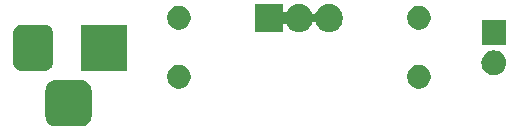
<source format=gbs>
G04 #@! TF.GenerationSoftware,KiCad,Pcbnew,(5.0.0)*
G04 #@! TF.CreationDate,2018-09-08T20:06:21+05:30*
G04 #@! TF.ProjectId,1_7805,315F373830352E6B696361645F706362,1.0*
G04 #@! TF.SameCoordinates,Original*
G04 #@! TF.FileFunction,Soldermask,Bot*
G04 #@! TF.FilePolarity,Negative*
%FSLAX46Y46*%
G04 Gerber Fmt 4.6, Leading zero omitted, Abs format (unit mm)*
G04 Created by KiCad (PCBNEW (5.0.0)) date 09/08/18 20:06:21*
%MOMM*%
%LPD*%
G01*
G04 APERTURE LIST*
%ADD10C,0.100000*%
G04 APERTURE END LIST*
D10*
G36*
X150645516Y-78967762D02*
X150809480Y-79017500D01*
X150960584Y-79098267D01*
X151093034Y-79206966D01*
X151201733Y-79339416D01*
X151282500Y-79490520D01*
X151332238Y-79654484D01*
X151350000Y-79834827D01*
X151350000Y-81965173D01*
X151332238Y-82145516D01*
X151282500Y-82309480D01*
X151201733Y-82460584D01*
X151093034Y-82593034D01*
X150960584Y-82701733D01*
X150809480Y-82782500D01*
X150645516Y-82832238D01*
X150465173Y-82850000D01*
X148334827Y-82850000D01*
X148154484Y-82832238D01*
X147990520Y-82782500D01*
X147839416Y-82701733D01*
X147706966Y-82593034D01*
X147598267Y-82460584D01*
X147517500Y-82309480D01*
X147467762Y-82145516D01*
X147450000Y-81965173D01*
X147450000Y-79834827D01*
X147467762Y-79654484D01*
X147517500Y-79490520D01*
X147598267Y-79339416D01*
X147706966Y-79206966D01*
X147839416Y-79098267D01*
X147990520Y-79017500D01*
X148154484Y-78967762D01*
X148334827Y-78950000D01*
X150465173Y-78950000D01*
X150645516Y-78967762D01*
X150645516Y-78967762D01*
G37*
G36*
X179361689Y-77698429D02*
X179543678Y-77773811D01*
X179707463Y-77883249D01*
X179846751Y-78022537D01*
X179956189Y-78186322D01*
X180031571Y-78368311D01*
X180070000Y-78561509D01*
X180070000Y-78758491D01*
X180031571Y-78951689D01*
X179956189Y-79133678D01*
X179846751Y-79297463D01*
X179707463Y-79436751D01*
X179543678Y-79546189D01*
X179361689Y-79621571D01*
X179168491Y-79660000D01*
X178971509Y-79660000D01*
X178778311Y-79621571D01*
X178596322Y-79546189D01*
X178432537Y-79436751D01*
X178293249Y-79297463D01*
X178183811Y-79133678D01*
X178108429Y-78951689D01*
X178070000Y-78758491D01*
X178070000Y-78561509D01*
X178108429Y-78368311D01*
X178183811Y-78186322D01*
X178293249Y-78022537D01*
X178432537Y-77883249D01*
X178596322Y-77773811D01*
X178778311Y-77698429D01*
X178971509Y-77660000D01*
X179168491Y-77660000D01*
X179361689Y-77698429D01*
X179361689Y-77698429D01*
G37*
G36*
X159041689Y-77698429D02*
X159223678Y-77773811D01*
X159387463Y-77883249D01*
X159526751Y-78022537D01*
X159636189Y-78186322D01*
X159711571Y-78368311D01*
X159750000Y-78561509D01*
X159750000Y-78758491D01*
X159711571Y-78951689D01*
X159636189Y-79133678D01*
X159526751Y-79297463D01*
X159387463Y-79436751D01*
X159223678Y-79546189D01*
X159041689Y-79621571D01*
X158848491Y-79660000D01*
X158651509Y-79660000D01*
X158458311Y-79621571D01*
X158276322Y-79546189D01*
X158112537Y-79436751D01*
X157973249Y-79297463D01*
X157863811Y-79133678D01*
X157788429Y-78951689D01*
X157750000Y-78758491D01*
X157750000Y-78561509D01*
X157788429Y-78368311D01*
X157863811Y-78186322D01*
X157973249Y-78022537D01*
X158112537Y-77883249D01*
X158276322Y-77773811D01*
X158458311Y-77698429D01*
X158651509Y-77660000D01*
X158848491Y-77660000D01*
X159041689Y-77698429D01*
X159041689Y-77698429D01*
G37*
G36*
X185625837Y-76435193D02*
X185712021Y-76461337D01*
X185823762Y-76495233D01*
X185823764Y-76495234D01*
X186006169Y-76592731D01*
X186166054Y-76723946D01*
X186297269Y-76883831D01*
X186394766Y-77066236D01*
X186454807Y-77264163D01*
X186475080Y-77470000D01*
X186454807Y-77675837D01*
X186394766Y-77873764D01*
X186297269Y-78056169D01*
X186166054Y-78216054D01*
X186006169Y-78347269D01*
X185823764Y-78444766D01*
X185823762Y-78444767D01*
X185712021Y-78478663D01*
X185625837Y-78504807D01*
X185471578Y-78520000D01*
X185368422Y-78520000D01*
X185214163Y-78504807D01*
X185127979Y-78478663D01*
X185016238Y-78444767D01*
X185016236Y-78444766D01*
X184833831Y-78347269D01*
X184673946Y-78216054D01*
X184542731Y-78056169D01*
X184445234Y-77873764D01*
X184385193Y-77675837D01*
X184364920Y-77470000D01*
X184385193Y-77264163D01*
X184445234Y-77066236D01*
X184542731Y-76883831D01*
X184673946Y-76723946D01*
X184833831Y-76592731D01*
X185016236Y-76495234D01*
X185016238Y-76495233D01*
X185127979Y-76461337D01*
X185214163Y-76435193D01*
X185368422Y-76420000D01*
X185471578Y-76420000D01*
X185625837Y-76435193D01*
X185625837Y-76435193D01*
G37*
G36*
X154350000Y-78150000D02*
X150450000Y-78150000D01*
X150450000Y-74250000D01*
X154350000Y-74250000D01*
X154350000Y-78150000D01*
X154350000Y-78150000D01*
G37*
G36*
X147496130Y-74265360D02*
X147636641Y-74307984D01*
X147766140Y-74377202D01*
X147879645Y-74470355D01*
X147972798Y-74583860D01*
X148042016Y-74713359D01*
X148084640Y-74853870D01*
X148100000Y-75009825D01*
X148100000Y-77390175D01*
X148084640Y-77546130D01*
X148042016Y-77686641D01*
X147972798Y-77816140D01*
X147879645Y-77929645D01*
X147766140Y-78022798D01*
X147636641Y-78092016D01*
X147496130Y-78134640D01*
X147340175Y-78150000D01*
X145459825Y-78150000D01*
X145303870Y-78134640D01*
X145163359Y-78092016D01*
X145033860Y-78022798D01*
X144920355Y-77929645D01*
X144827202Y-77816140D01*
X144757984Y-77686641D01*
X144715360Y-77546130D01*
X144700000Y-77390175D01*
X144700000Y-75009825D01*
X144715360Y-74853870D01*
X144757984Y-74713359D01*
X144827202Y-74583860D01*
X144920355Y-74470355D01*
X145033860Y-74377202D01*
X145163359Y-74307984D01*
X145303870Y-74265360D01*
X145459825Y-74250000D01*
X147340175Y-74250000D01*
X147496130Y-74265360D01*
X147496130Y-74265360D01*
G37*
G36*
X186470000Y-75980000D02*
X184370000Y-75980000D01*
X184370000Y-73880000D01*
X186470000Y-73880000D01*
X186470000Y-75980000D01*
X186470000Y-75980000D01*
G37*
G36*
X171675929Y-72476676D02*
X171893175Y-72542577D01*
X172093391Y-72649594D01*
X172268883Y-72793617D01*
X172412906Y-72969108D01*
X172519923Y-73169324D01*
X172585824Y-73386570D01*
X172602500Y-73555886D01*
X172602500Y-73764113D01*
X172585824Y-73933429D01*
X172519923Y-74150675D01*
X172412904Y-74350894D01*
X172268886Y-74526381D01*
X172093392Y-74670406D01*
X171893176Y-74777423D01*
X171675930Y-74843324D01*
X171450000Y-74865576D01*
X171224071Y-74843324D01*
X171006825Y-74777423D01*
X170806609Y-74670406D01*
X170631117Y-74526383D01*
X170487094Y-74350892D01*
X170380076Y-74150675D01*
X170371388Y-74122034D01*
X170356385Y-74085811D01*
X170334602Y-74053212D01*
X170306879Y-74025488D01*
X170274280Y-74003706D01*
X170238057Y-73988702D01*
X170199604Y-73981053D01*
X170160397Y-73981053D01*
X170121944Y-73988702D01*
X170085721Y-74003705D01*
X170053122Y-74025488D01*
X170025398Y-74053211D01*
X170003616Y-74085810D01*
X169988612Y-74122032D01*
X169979923Y-74150676D01*
X169872904Y-74350894D01*
X169728886Y-74526381D01*
X169553392Y-74670406D01*
X169353176Y-74777423D01*
X169135930Y-74843324D01*
X168910000Y-74865576D01*
X168684071Y-74843324D01*
X168466825Y-74777423D01*
X168266609Y-74670406D01*
X168091117Y-74526383D01*
X167947094Y-74350892D01*
X167898884Y-74260697D01*
X167877102Y-74228098D01*
X167849378Y-74200375D01*
X167816779Y-74178593D01*
X167780557Y-74163589D01*
X167742103Y-74155940D01*
X167702896Y-74155940D01*
X167664443Y-74163589D01*
X167628220Y-74178593D01*
X167595621Y-74200375D01*
X167567898Y-74228099D01*
X167546116Y-74260698D01*
X167531112Y-74296920D01*
X167522500Y-74354977D01*
X167522500Y-74860000D01*
X165217500Y-74860000D01*
X165217500Y-72460000D01*
X167522500Y-72460000D01*
X167522500Y-72965024D01*
X167526343Y-73004042D01*
X167537724Y-73041561D01*
X167556206Y-73076138D01*
X167581079Y-73106445D01*
X167611386Y-73131318D01*
X167645963Y-73149800D01*
X167683482Y-73161181D01*
X167722500Y-73165024D01*
X167761518Y-73161181D01*
X167799037Y-73149800D01*
X167833614Y-73131318D01*
X167863921Y-73106445D01*
X167898884Y-73059304D01*
X167947094Y-72969109D01*
X168091117Y-72793617D01*
X168266608Y-72649594D01*
X168466824Y-72542577D01*
X168684070Y-72476676D01*
X168910000Y-72454424D01*
X169135929Y-72476676D01*
X169353175Y-72542577D01*
X169553391Y-72649594D01*
X169728883Y-72793617D01*
X169872906Y-72969108D01*
X169979924Y-73169325D01*
X169988612Y-73197966D01*
X170003615Y-73234189D01*
X170025398Y-73266788D01*
X170053121Y-73294512D01*
X170085720Y-73316294D01*
X170121943Y-73331298D01*
X170160396Y-73338947D01*
X170199603Y-73338947D01*
X170238056Y-73331298D01*
X170274279Y-73316295D01*
X170306878Y-73294512D01*
X170334602Y-73266789D01*
X170356384Y-73234190D01*
X170371388Y-73197968D01*
X170380077Y-73169324D01*
X170487094Y-72969109D01*
X170631117Y-72793617D01*
X170806608Y-72649594D01*
X171006824Y-72542577D01*
X171224070Y-72476676D01*
X171450000Y-72454424D01*
X171675929Y-72476676D01*
X171675929Y-72476676D01*
G37*
G36*
X159041689Y-72698429D02*
X159223678Y-72773811D01*
X159387463Y-72883249D01*
X159526751Y-73022537D01*
X159636189Y-73186322D01*
X159711571Y-73368311D01*
X159750000Y-73561509D01*
X159750000Y-73758491D01*
X159711571Y-73951689D01*
X159636189Y-74133678D01*
X159526751Y-74297463D01*
X159387463Y-74436751D01*
X159223678Y-74546189D01*
X159041689Y-74621571D01*
X158848491Y-74660000D01*
X158651509Y-74660000D01*
X158458311Y-74621571D01*
X158276322Y-74546189D01*
X158112537Y-74436751D01*
X157973249Y-74297463D01*
X157863811Y-74133678D01*
X157788429Y-73951689D01*
X157750000Y-73758491D01*
X157750000Y-73561509D01*
X157788429Y-73368311D01*
X157863811Y-73186322D01*
X157973249Y-73022537D01*
X158112537Y-72883249D01*
X158276322Y-72773811D01*
X158458311Y-72698429D01*
X158651509Y-72660000D01*
X158848491Y-72660000D01*
X159041689Y-72698429D01*
X159041689Y-72698429D01*
G37*
G36*
X179361689Y-72698429D02*
X179543678Y-72773811D01*
X179707463Y-72883249D01*
X179846751Y-73022537D01*
X179956189Y-73186322D01*
X180031571Y-73368311D01*
X180070000Y-73561509D01*
X180070000Y-73758491D01*
X180031571Y-73951689D01*
X179956189Y-74133678D01*
X179846751Y-74297463D01*
X179707463Y-74436751D01*
X179543678Y-74546189D01*
X179361689Y-74621571D01*
X179168491Y-74660000D01*
X178971509Y-74660000D01*
X178778311Y-74621571D01*
X178596322Y-74546189D01*
X178432537Y-74436751D01*
X178293249Y-74297463D01*
X178183811Y-74133678D01*
X178108429Y-73951689D01*
X178070000Y-73758491D01*
X178070000Y-73561509D01*
X178108429Y-73368311D01*
X178183811Y-73186322D01*
X178293249Y-73022537D01*
X178432537Y-72883249D01*
X178596322Y-72773811D01*
X178778311Y-72698429D01*
X178971509Y-72660000D01*
X179168491Y-72660000D01*
X179361689Y-72698429D01*
X179361689Y-72698429D01*
G37*
M02*

</source>
